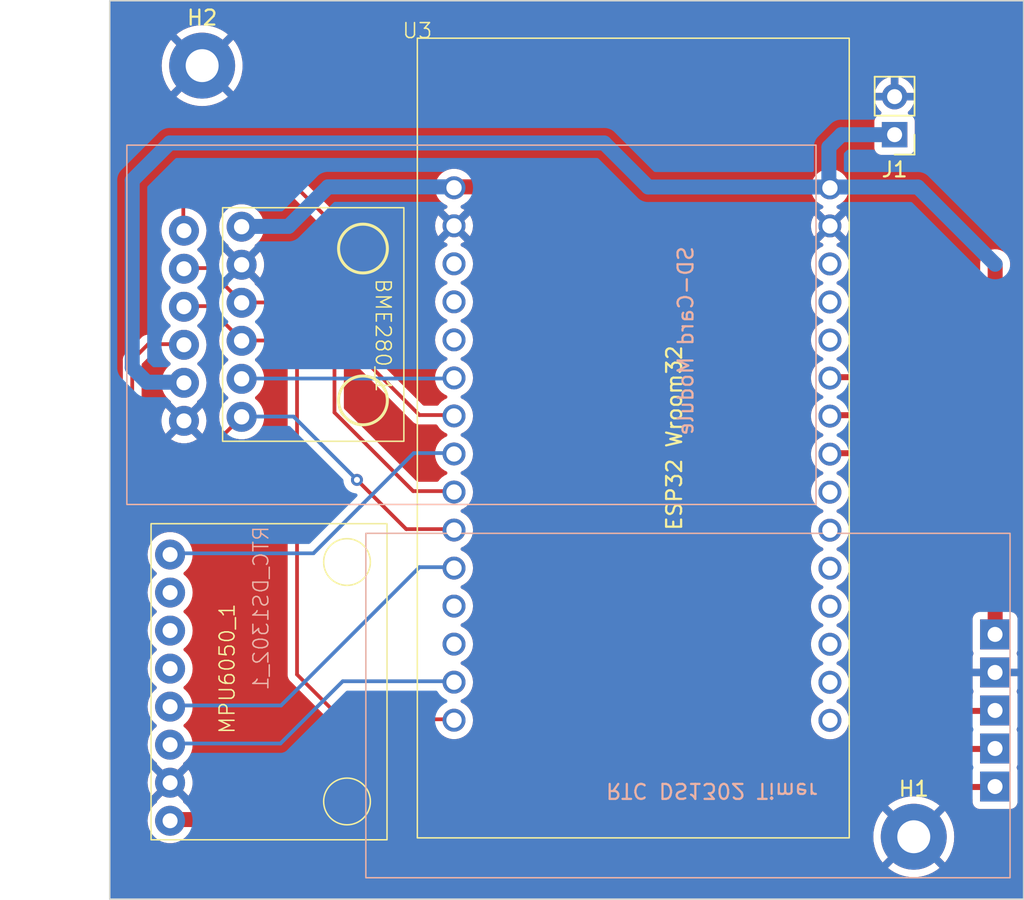
<source format=kicad_pcb>
(kicad_pcb (version 20240108) (generator "pcbnew") (generator_version "8.0")
  (layers (0 "F.Cu" signal) (31 "B.Cu" signal) (34 "B.Paste" user) (35 "F.Paste" user) (36 "B.SilkS" user "B.Silkscreen") (37 "F.SilkS" user "F.Silkscreen") (38 "B.Mask" user) (39 "F.Mask" user) (44 "Edge.Cuts" user))
  (net 0 "")
  (net 1 "+3V3")
  (net 2 "GND")
  (net 3 "/SCK")
  (net 4 "/MOSI")
  (net 5 "/BME_CS")
  (net 6 "/MISO")
  (net 7 "/SCL")
  (net 8 "/SDA")
  (net 11 "/MPU_ADD")
  (net 12 "/MPU_INT")
  (net 13 "+5V")
  (net 14 "/RTC_CLK")
  (net 15 "/RTC_DAT")
  (net 16 "/RTC_RST")
  (net 17 "/SD_CS")
  (footprint "Adafruit_Sensors:MPU6050" (layer "F.Cu") (at 133.7564 107.0356 90)
    (property "Reference" "MPU6050_1" (at 11.43 5.08 90) (layer "F.SilkS") (effects (font (thickness 0.1))))
    (property "Value" "~")
    (fp_rect (start 0 0) (end 21.11 15.75) (stroke (width 0.1)) (fill none) (layer "F.SilkS"))
    (fp_circle (center 18.55 13.08) (end 20.11 13.08) (stroke (width 0.1)) (fill none) (layer "F.SilkS"))
    (fp_circle (center 2.56 13.08) (end 4.12 13.08) (stroke (width 0.1)) (fill none) (layer "F.SilkS"))
    (pad "1" thru_hole circle (at 1.27 1.27 90) (size 2 2) (drill 1) (layers "*.Cu" "*.Mask") (net 1 "+3V3"))
    (pad "2" thru_hole circle (at 3.81 1.27 90) (size 2 2) (drill 1) (layers "*.Cu" "*.Mask") (net 2 "GND"))
    (pad "3" thru_hole circle (at 6.35 1.27 90) (size 2 2) (drill 1) (layers "*.Cu" "*.Mask") (net 7 "/SCL"))
    (pad "4" thru_hole circle (at 8.89 1.27 90) (size 2 2) (drill 1) (layers "*.Cu" "*.Mask") (net 8 "/SDA"))
    (pad "5" thru_hole circle (at 11.43 1.27 90) (size 2 2) (drill 1) (layers "*.Cu" "*.Mask"))
    (pad "6" thru_hole circle (at 13.97 1.27 90) (size 2 2) (drill 1) (layers "*.Cu" "*.Mask"))
    (pad "7" thru_hole circle (at 16.51 1.27 90) (size 2 2) (drill 1) (layers "*.Cu" "*.Mask") (net 11 "/MPU_ADD"))
    (pad "8" thru_hole circle (at 19.05 1.27 90) (size 2 2) (drill 1) (layers "*.Cu" "*.Mask") (net 12 "/MPU_INT"))
  )
  (footprint "Adafruit_Sensors:BME280" (layer "F.Cu") (at 138.5316 64.8208 -90)
    (property "Reference" "BME280_1" (at 8.5344 -10.7188 -90) (layer "F.SilkS") (effects (font (thickness 0.1))))
    (property "Value" "~")
    (fp_rect (start 15.6 -12.1) (end 0 0) (stroke (width 0.1)) (fill none) (layer "F.SilkS"))
    (fp_circle (center 2.73 -9.37) (end 4.36 -9.37) (stroke (width 0.2)) (fill none) (layer "F.SilkS"))
    (fp_circle (center 12.87 -9.37) (end 14.5 -9.37) (stroke (width 0.2)) (fill none) (layer "F.SilkS"))
    (pad "1" thru_hole circle (at 1.27 -1.27 270) (size 2 2) (drill 1.02) (layers "*.Cu" "*.Mask") (net 1 "+3V3"))
    (pad "2" thru_hole circle (at 3.81 -1.27 270) (size 2 2) (drill 1.02) (layers "*.Cu" "*.Mask") (net 2 "GND"))
    (pad "3" thru_hole circle (at 6.35 -1.27 270) (size 2 2) (drill 1.02) (layers "*.Cu" "*.Mask") (net 3 "/SCK"))
    (pad "4" thru_hole circle (at 8.89 -1.27 270) (size 2 2) (drill 1.02) (layers "*.Cu" "*.Mask") (net 4 "/MOSI"))
    (pad "5" thru_hole circle (at 11.43 -1.27 270) (size 2 2) (drill 1.02) (layers "*.Cu" "*.Mask") (net 5 "/BME_CS"))
    (pad "6" thru_hole circle (at 13.97 -1.27 270) (size 2 2) (drill 1.02) (layers "*.Cu" "*.Mask") (net 6 "/MISO"))
  )
  (footprint "Connector_PinHeader_2.54mm:PinHeader_1x02_P2.54mm_Vertical" (layer "F.Cu") (at 183.388 59.944 180)
    (property "Reference" "J1" (at 0 -2.33 0) (layer "F.SilkS"))
    (property "Value" "Conn_01x02_Pin")
    (fp_line (start 1.33 1.27) (end 1.33 3.87) (stroke (width 0.12)) (layer "F.SilkS"))
    (fp_line (start -1.33 3.87) (end 1.33 3.87) (stroke (width 0.12)) (layer "F.SilkS"))
    (fp_line (start -1.33 1.27) (end 1.33 1.27) (stroke (width 0.12)) (layer "F.SilkS"))
    (fp_line (start -1.33 1.27) (end -1.33 3.87) (stroke (width 0.12)) (layer "F.SilkS"))
    (fp_line (start -1.33 0) (end -1.33 -1.33) (stroke (width 0.12)) (layer "F.SilkS"))
    (fp_line (start -1.33 -1.33) (end 0 -1.33) (stroke (width 0.12)) (layer "F.SilkS"))
    (pad "1" thru_hole rect (at 0 0 180) (size 1.7 1.7) (drill 1) (layers "*.Cu" "*.Mask") (net 13 "+5V"))
    (pad "2" thru_hole oval (at 0 2.54 180) (size 1.7 1.7) (drill 1) (layers "*.Cu" "*.Mask") (net 2 "GND"))
  )
  (footprint "MountingHole:MountingHole_2.2mm_M2_Pad" (layer "F.Cu") (at 137.166726 55.333274)
    (property "Reference" "H2" (at 0 -3.2 0) (layer "F.SilkS"))
    (property "Value" "MountingHole_Pad")
    (pad "1" thru_hole circle (at 0 0) (size 4.4 4.4) (drill 2.2) (layers "*.Cu" "*.Mask") (net 2 "GND"))
  )
  (footprint "MountingHole:MountingHole_2.2mm_M2_Pad" (layer "F.Cu") (at 184.666726 106.833274)
    (property "Reference" "H1" (at 0 -3.2 0) (layer "F.SilkS"))
    (property "Value" "MountingHole_Pad")
    (pad "1" thru_hole circle (at 0 0) (size 4.4 4.4) (drill 2.2) (layers "*.Cu" "*.Mask") (net 2 "GND"))
  )
  (footprint "ESP32-C3-DEVKITC-02:ESP32-WROOM-32" (layer "F.Cu") (at 151.53 53.5)
    (property "Reference" "U3" (at 0 -0.5 0) (layer "F.SilkS") (effects (font (thickness 0.1))))
    (property "Value" "~")
    (fp_rect (start 0 0) (end 28.83 53.41) (stroke (width 0.1)) (fill none) (layer "F.SilkS"))
    (pad "1" thru_hole circle (at 2.45 9.99) (size 1.53 1.53) (drill 1.02) (layers "*.Cu" "*.Mask") (net 1 "+3V3"))
    (pad "2" thru_hole circle (at 2.45 12.53) (size 1.53 1.53) (drill 1.02) (layers "*.Cu" "*.Mask") (net 2 "GND"))
    (pad "3" thru_hole circle (at 2.45 15.07) (size 1.53 1.53) (drill 1.02) (layers "*.Cu" "*.Mask"))
    (pad "4" thru_hole circle (at 2.45 17.61) (size 1.53 1.53) (drill 1.02) (layers "*.Cu" "*.Mask"))
    (pad "5" thru_hole circle (at 2.45 20.15) (size 1.53 1.53) (drill 1.02) (layers "*.Cu" "*.Mask"))
    (pad "6" thru_hole circle (at 2.45 22.69) (size 1.53 1.53) (drill 1.02) (layers "*.Cu" "*.Mask") (net 5 "/BME_CS"))
    (pad "7" thru_hole circle (at 2.45 25.23) (size 1.53 1.53) (drill 1.02) (layers "*.Cu" "*.Mask") (net 17 "/SD_CS"))
    (pad "8" thru_hole circle (at 2.45 27.77) (size 1.53 1.53) (drill 1.02) (layers "*.Cu" "*.Mask") (net 12 "/MPU_INT"))
    (pad "9" thru_hole circle (at 2.45 30.31) (size 1.53 1.53) (drill 1.02) (layers "*.Cu" "*.Mask") (net 3 "/SCK"))
    (pad "10" thru_hole circle (at 2.45 32.85) (size 1.53 1.53) (drill 1.02) (layers "*.Cu" "*.Mask") (net 6 "/MISO"))
    (pad "11" thru_hole circle (at 2.45 35.39) (size 1.53 1.53) (drill 1.02) (layers "*.Cu" "*.Mask") (net 8 "/SDA"))
    (pad "12" thru_hole circle (at 2.45 37.93) (size 1.53 1.53) (drill 1.02) (layers "*.Cu" "*.Mask"))
    (pad "13" thru_hole circle (at 2.45 40.47) (size 1.53 1.53) (drill 1.02) (layers "*.Cu" "*.Mask"))
    (pad "14" thru_hole circle (at 2.45 43.01) (size 1.53 1.53) (drill 1.02) (layers "*.Cu" "*.Mask") (net 7 "/SCL"))
    (pad "15" thru_hole circle (at 2.45 45.55) (size 1.53 1.53) (drill 1.02) (layers "*.Cu" "*.Mask") (net 4 "/MOSI"))
    (pad "16" thru_hole circle (at 27.54 10) (size 1.53 1.53) (drill 1.02) (layers "*.Cu" "*.Mask") (net 13 "+5V"))
    (pad "17" thru_hole circle (at 27.54 12.54) (size 1.53 1.53) (drill 1.02) (layers "*.Cu" "*.Mask") (net 2 "GND"))
    (pad "18" thru_hole circle (at 27.54 15.08) (size 1.53 1.53) (drill 1.02) (layers "*.Cu" "*.Mask"))
    (pad "19" thru_hole circle (at 27.54 17.62) (size 1.53 1.53) (drill 1.02) (layers "*.Cu" "*.Mask"))
    (pad "20" thru_hole circle (at 27.54 20.16) (size 1.53 1.53) (drill 1.02) (layers "*.Cu" "*.Mask"))
    (pad "21" thru_hole circle (at 27.54 22.7) (size 1.53 1.53) (drill 1.02) (layers "*.Cu" "*.Mask") (net 14 "/RTC_CLK"))
    (pad "22" thru_hole circle (at 27.54 25.24) (size 1.53 1.53) (drill 1.02) (layers "*.Cu" "*.Mask") (net 15 "/RTC_DAT"))
    (pad "23" thru_hole circle (at 27.54 27.78) (size 1.53 1.53) (drill 1.02) (layers "*.Cu" "*.Mask") (net 16 "/RTC_RST"))
    (pad "24" thru_hole circle (at 27.54 30.32) (size 1.53 1.53) (drill 1.02) (layers "*.Cu" "*.Mask"))
    (pad "25" thru_hole circle (at 27.54 32.86) (size 1.53 1.53) (drill 1.02) (layers "*.Cu" "*.Mask"))
    (pad "26" thru_hole circle (at 27.54 35.4) (size 1.53 1.53) (drill 1.02) (layers "*.Cu" "*.Mask"))
    (pad "27" thru_hole circle (at 27.54 37.94) (size 1.53 1.53) (drill 1.02) (layers "*.Cu" "*.Mask"))
    (pad "28" thru_hole circle (at 27.54 40.48) (size 1.53 1.53) (drill 1.02) (layers "*.Cu" "*.Mask"))
    (pad "29" thru_hole circle (at 27.54 43.02) (size 1.53 1.53) (drill 1.02) (layers "*.Cu" "*.Mask"))
    (pad "30" thru_hole circle (at 27.54 45.56) (size 1.53 1.53) (drill 1.02) (layers "*.Cu" "*.Mask"))
  )
  (footprint "Adafruit_Sensors:DS1302_RTC_MODULE" (layer "B.Cu") (at 148.0936 86.5696 -90)
    (property "Reference" "RTC_DS1302_1" (at 5 7 90) (layer "B.SilkS") (effects (font (thickness 0.1)) (justify mirror)))
    (property "Value" "~")
    (fp_rect (start 0 0) (end 23 -43) (stroke (width 0.1)) (fill none) (layer "B.SilkS"))
    (pad "1" thru_hole rect (at 6.75 -42 270) (size 2 2) (drill 1) (layers "*.Cu" "*.Mask") (net 13 "+5V"))
    (pad "2" thru_hole rect (at 9.29 -42 270) (size 2 2) (drill 1) (layers "*.Cu" "*.Mask") (net 2 "GND"))
    (pad "3" thru_hole rect (at 11.83 -42 270) (size 2 2) (drill 1) (layers "*.Cu" "*.Mask") (net 14 "/RTC_CLK"))
    (pad "4" thru_hole rect (at 14.37 -42 270) (size 2 2) (drill 1) (layers "*.Cu" "*.Mask") (net 15 "/RTC_DAT"))
    (pad "5" thru_hole rect (at 16.91 -42 270) (size 2 2) (drill 1) (layers "*.Cu" "*.Mask") (net 16 "/RTC_RST"))
  )
  (footprint "Adafruit_Sensors:SDCard" (layer "B.Cu") (at 132.1416 60.6424 -90)
    (property "Reference" "SD_CARD1" (hide yes))
    (property "Value" "~")
    (fp_rect (start 0 0) (end 24 -46) (stroke (width 0.1)) (fill none) (layer "B.SilkS"))
    (pad "1" thru_hole circle (at 5.715 -3.81 270) (size 2 2) (drill 1) (layers "*.Cu" "*.Mask") (net 17 "/SD_CS"))
    (pad "2" thru_hole circle (at 8.255 -3.81 270) (size 2 2) (drill 1) (layers "*.Cu" "*.Mask") (net 3 "/SCK"))
    (pad "3" thru_hole circle (at 10.795 -3.81 270) (size 2 2) (drill 1) (layers "*.Cu" "*.Mask") (net 4 "/MOSI"))
    (pad "4" thru_hole circle (at 13.335 -3.81 270) (size 2 2) (drill 1) (layers "*.Cu" "*.Mask") (net 6 "/MISO"))
    (pad "5" thru_hole circle (at 15.875 -3.81 270) (size 2 2) (drill 1) (layers "*.Cu" "*.Mask") (net 13 "+5V"))
    (pad "6" thru_hole circle (at 18.415 -3.81 270) (size 2 2) (drill 1) (layers "*.Cu" "*.Mask") (net 2 "GND"))
  )
  (gr_rect (start 131 51) (end 192 111) (stroke (width 0.1)) (fill none) (layer "Edge.Cuts"))
  (gr_text "RTC DS1302 Timer " (at 164.0332 103.1748 180) (layer "B.SilkS") (effects (font (size 1 1)) (justify left bottom mirror)))
  (gr_text "SD-Card Module\n" (at 170.0276 67.31 90) (layer "B.SilkS") (effects (font (size 1 1)) (justify left bottom mirror)))
  (gr_text "ESP32 Wroom32 \n" (at 169.2656 86.4616 90) (layer "F.SilkS") (effects (font (size 1 1)) (justify left bottom)))
  (segment (start 154.315 105.685) (end 164.5 95.5) (width 1) (layer "F.Cu") (net 1))
  (segment (start 156.93 63.43) (end 153.91 63.43) (width 1) (layer "F.Cu") (net 1))
  (segment (start 134.995 105.685) (end 154.315 105.685) (width 1) (layer "F.Cu") (net 1))
  (segment (start 164.5 71) (end 156.93 63.43) (width 1) (layer "F.Cu") (net 1))
  (segment (start 164.5 95.5) (end 164.5 71) (width 1) (layer "F.Cu") (net 1))
  (segment (start 142.93 66.07) (end 145.57 63.43) (width 1) (layer "B.Cu") (net 1))
  (segment (start 145.57 63.43) (end 153.91 63.43) (width 1) (layer "B.Cu") (net 1))
  (segment (start 139.82 66.07) (end 142.93 66.07) (width 1) (layer "B.Cu") (net 1))
  (segment (start 151.25 83.75) (end 146 78.5) (width 0.25) (layer "F.Cu") (net 3))
  (segment (start 137.525 68.855) (end 139.82 71.15) (width 0.25) (layer "F.Cu") (net 3))
  (segment (start 146 78.5) (end 146 74.5) (width 0.25) (layer "F.Cu") (net 3))
  (segment (start 153.91 83.75) (end 151.25 83.75) (width 0.25) (layer "F.Cu") (net 3))
  (segment (start 135.91 68.855) (end 137.525 68.855) (width 0.25) (layer "F.Cu") (net 3))
  (segment (start 142.65 71.15) (end 139.82 71.15) (width 0.25) (layer "F.Cu") (net 3))
  (segment (start 146 74.5) (end 142.65 71.15) (width 0.25) (layer "F.Cu") (net 3))
  (segment (start 146.5 99) (end 143.5 96) (width 0.25) (layer "F.Cu") (net 4))
  (segment (start 142.19 73.69) (end 139.82 73.69) (width 0.25) (layer "F.Cu") (net 4))
  (segment (start 143.5 96) (end 143.5 75) (width 0.25) (layer "F.Cu") (net 4))
  (segment (start 153.91 98.99) (end 146.51 98.99) (width 0.25) (layer "F.Cu") (net 4))
  (segment (start 137.525 71.395) (end 139.82 73.69) (width 0.25) (layer "F.Cu") (net 4))
  (segment (start 146.51 98.99) (end 146.5 99) (width 0.25) (layer "F.Cu") (net 4))
  (segment (start 135.91 71.395) (end 137.525 71.395) (width 0.25) (layer "F.Cu") (net 4))
  (segment (start 143.5 75) (end 142.19 73.69) (width 0.25) (layer "F.Cu") (net 4))
  (segment (start 153.81 76.23) (end 153.91 76.13) (width 0.25) (layer "F.Cu") (net 5))
  (segment (start 153.81 76.23) (end 153.91 76.13) (width 0.25) (layer "B.Cu") (net 5))
  (segment (start 139.82 76.23) (end 153.81 76.23) (width 0.25) (layer "B.Cu") (net 5))
  (segment (start 139.82 78.77) (end 137.09 81.5) (width 0.25) (layer "F.Cu") (net 6))
  (segment (start 134.5 81.5) (end 132.5 79.5) (width 0.25) (layer "F.Cu") (net 6))
  (segment (start 147.5 83) (end 150.79 86.29) (width 0.25) (layer "F.Cu") (net 6))
  (segment (start 137.09 81.5) (end 134.5 81.5) (width 0.25) (layer "F.Cu") (net 6))
  (segment (start 150.79 86.29) (end 153.91 86.29) (width 0.25) (layer "F.Cu") (net 6))
  (segment (start 132.5 75) (end 133.565 73.935) (width 0.25) (layer "F.Cu") (net 6))
  (segment (start 133.565 73.935) (end 135.91 73.935) (width 0.25) (layer "F.Cu") (net 6))
  (segment (start 132.5 79.5) (end 132.5 75) (width 0.25) (layer "F.Cu") (net 6))
  (via (at 147.5 83) (size 0.8) (drill 0.4) (layers "F.Cu" "B.Cu") (net 6))
  (segment (start 143.27 78.77) (end 147.5 83) (width 0.25) (layer "B.Cu") (net 6))
  (segment (start 139.82 78.77) (end 143.27 78.77) (width 0.25) (layer "B.Cu") (net 6))
  (segment (start 142.395 100.605) (end 146.55 96.45) (width 0.25) (layer "B.Cu") (net 7))
  (segment (start 134.995 100.605) (end 142.395 100.605) (width 0.25) (layer "B.Cu") (net 7))
  (segment (start 146.55 96.45) (end 153.91 96.45) (width 0.25) (layer "B.Cu") (net 7))
  (segment (start 142.435 98.065) (end 134.995 98.065) (width 0.25) (layer "B.Cu") (net 8))
  (segment (start 153.91 88.83) (end 151.67 88.83) (width 0.25) (layer "B.Cu") (net 8))
  (segment (start 151.67 88.83) (end 142.435 98.065) (width 0.25) (layer "B.Cu") (net 8))
  (segment (start 134.995 87.905) (end 144.595 87.905) (width 0.25) (layer "B.Cu") (net 12))
  (segment (start 144.595 87.905) (end 151.29 81.21) (width 0.25) (layer "B.Cu") (net 12))
  (segment (start 151.29 81.21) (end 153.91 81.21) (width 0.25) (layer "B.Cu") (net 12))
  (segment (start 190.1 93.35) (end 190.1 68.6) (width 1) (layer "F.Cu") (net 13))
  (segment (start 190.1 68.6) (end 184.94 63.44) (width 1) (layer "B.Cu") (net 13))
  (segment (start 135 60.5) (end 164 60.5) (width 1) (layer "B.Cu") (net 13))
  (segment (start 179.832 59.944) (end 183.388 59.944) (width 1) (layer "B.Cu") (net 13))
  (segment (start 179 60.776) (end 179.832 59.944) (width 1) (layer "B.Cu") (net 13))
  (segment (start 166.94 63.44) (end 179 63.44) (width 1) (layer "B.Cu") (net 13))
  (segment (start 133.475 76.475) (end 132.5 75.5) (width 1) (layer "B.Cu") (net 13))
  (segment (start 179 63.44) (end 179 60.776) (width 1) (layer "B.Cu") (net 13))
  (segment (start 164 60.5) (end 166.94 63.44) (width 1) (layer "B.Cu") (net 13))
  (segment (start 184.94 63.44) (end 179 63.44) (width 1) (layer "B.Cu") (net 13))
  (segment (start 132.5 63) (end 135 60.5) (width 1) (layer "B.Cu") (net 13))
  (segment (start 135.91 76.475) (end 133.475 76.475) (width 1) (layer "B.Cu") (net 13))
  (segment (start 132.5 75.5) (end 132.5 63) (width 1) (layer "B.Cu") (net 13))
  (segment (start 186 80.5) (end 181.64 76.14) (width 0.4) (layer "F.Cu") (net 14))
  (segment (start 190.1 98.43) (end 187.93 98.43) (width 0.4) (layer "F.Cu") (net 14))
  (segment (start 181.64 76.14) (end 179 76.14) (width 0.4) (layer "F.Cu") (net 14))
  (segment (start 186 96.5) (end 186 80.5) (width 0.4) (layer "F.Cu") (net 14))
  (segment (start 187.93 98.43) (end 186 96.5) (width 0.4) (layer "F.Cu") (net 14))
  (segment (start 185 82) (end 185 99) (width 0.4) (layer "F.Cu") (net 15))
  (segment (start 179 78.68) (end 181.68 78.68) (width 0.4) (layer "F.Cu") (net 15))
  (segment (start 187.03 100.97) (end 190.1 100.97) (width 0.4) (layer "F.Cu") (net 15))
  (segment (start 181.68 78.68) (end 185 82) (width 0.4) (layer "F.Cu") (net 15))
  (segment (start 185 99) (end 187 101) (width 0.4) (layer "F.Cu") (net 15))
  (segment (start 187 101) (end 187.03 100.97) (width 0.4) (layer "F.Cu") (net 15))
  (segment (start 187.51 103.51) (end 183.5 99.5) (width 0.4) (layer "F.Cu") (net 16))
  (segment (start 181.72 81.22) (end 179 81.22) (width 0.4) (layer "F.Cu") (net 16))
  (segment (start 183.5 83) (end 181.72 81.22) (width 0.4) (layer "F.Cu") (net 16))
  (segment (start 183.5 99.5) (end 183.5 83) (width 0.4) (layer "F.Cu") (net 16))
  (segment (start 190.1 103.51) (end 187.51 103.51) (width 0.4) (layer "F.Cu") (net 16))
  (segment (start 148 75) (end 148 68) (width 0.25) (layer "F.Cu") (net 17))
  (segment (start 137 63) (end 135.91 64.09) (width 0.25) (layer "F.Cu") (net 17))
  (segment (start 143 63) (end 137 63) (width 0.25) (layer "F.Cu") (net 17))
  (segment (start 153.91 78.67) (end 151.67 78.67) (width 0.25) (layer "F.Cu") (net 17))
  (segment (start 148 68) (end 143 63) (width 0.25) (layer "F.Cu") (net 17))
  (segment (start 151.67 78.67) (end 148 75) (width 0.25) (layer "F.Cu") (net 17))
  (segment (start 135.91 64.09) (end 135.91 66.315) (width 0.25) (layer "F.Cu") (net 17))
  (zone (net 2) (net_name "GND") (layers "F&B.Cu") (connect_pads (clearance 0.5)) (min_thickness 0.25) (fill yes (thermal_gap 0.5) (thermal_bridge_width 0.5))
    (polygon (pts (xy 192 51) (xy 131 51) (xy 131 111) (xy 192 111)))
  )
)
</source>
